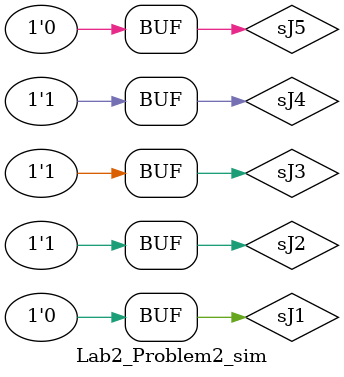
<source format=sv>
`timescale 1ns / 1ps


module Lab2_Problem2_sim();
    logic sJ1, sJ2, sJ3, sJ4, sJ5, sMotion_Passed, sMotion_Failed;
    
    Lab2_Problem2_JudgePanel UUT (
        .J1(sJ1), .J2(sJ2), .J3(sJ3), .J4(sJ4), .J5(sJ5), .Motion_Passed(sMotion_Passed), .Motion_Failed(sMotion_Failed));
        
    initial begin
        sJ1 = 1;
        sJ2 = 1;
        sJ3 = 1;
        sJ4 = 1;
        sJ5 = 1;
        #10;
        
        sJ1 = 1;
        sJ2 = 1;
        sJ3 = 1;
        sJ4 = 1;
        sJ5 = 0;
        #10;
        
        sJ1 = 1;
        sJ2 = 1;
        sJ3 = 1;
        sJ4 = 0;
        sJ5 = 0;
        #10;
        
        sJ1 = 1;
        sJ2 = 1;
        sJ3 = 0;
        sJ4 = 0;
        sJ5 = 0;
        #10;
        
        sJ1 = 1;
        sJ2 = 0;
        sJ3 = 0;
        sJ4 = 0;
        sJ5 = 0;
        #10;
        
        sJ1 = 0;
        sJ2 = 0;
        sJ3 = 0;
        sJ4 = 0;
        sJ5 = 1;
        #10;
        
        sJ1 = 0;
        sJ2 = 0;
        sJ3 = 0;
        sJ4 = 1;
        sJ5 = 1;
        #10;
        
        sJ1 = 0;
        sJ2 = 0;
        sJ3 = 1;
        sJ4 = 1;
        sJ5 = 1;
        #10;
        
        sJ1 = 0;
        sJ2 = 1;
        sJ3 = 1;
        sJ4 = 1;
        sJ5 = 1;
        #10;
        
        sJ1 = 0;
        sJ2 = 0;
        sJ3 = 0;
        sJ4 = 0;
        sJ5 = 0;
        #10;
        
        sJ1 = 1;
        sJ2 = 0;
        sJ3 = 1;
        sJ4 = 0;
        sJ5 = 1;
        #10;
        
        sJ1 = 1;
        sJ2 = 0;
        sJ3 = 1;
        sJ4 = 0;
        sJ5 = 0;
        #10;
        
        sJ1 = 1;
        sJ2 = 0;
        sJ3 = 0;
        sJ4 = 0;
        sJ5 = 1;
        #10;
        
        sJ1 = 1;
        sJ2 = 1;
        sJ3 = 0;
        sJ4 = 0;
        sJ5 = 0;
        #10;
        
        sJ1 = 1;
        sJ2 = 0;
        sJ3 = 1;
        sJ4 = 1;
        sJ5 = 0;
        #10;
        
        sJ1 = 0;
        sJ2 = 1;
        sJ3 = 0;
        sJ4 = 0;
        sJ5 = 1;
        #10;
        
        sJ1 = 0;
        sJ2 = 1;
        sJ3 = 1;
        sJ4 = 1;
        sJ5 = 0;
        #10;
    end
endmodule

</source>
